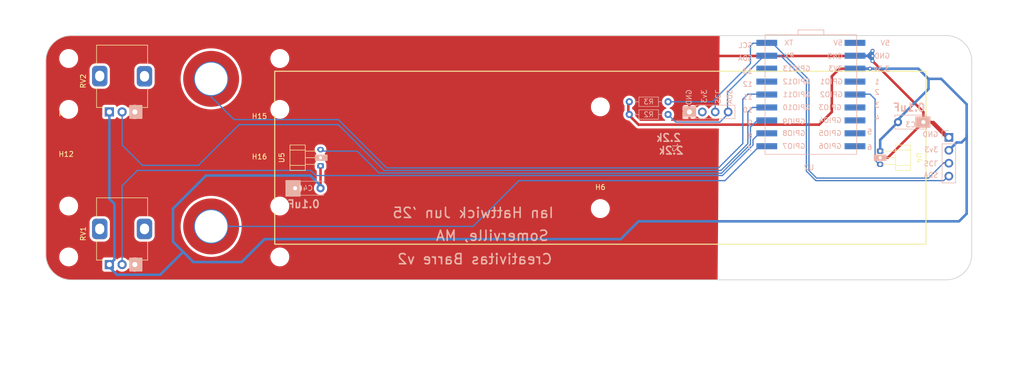
<source format=kicad_pcb>
(kicad_pcb (version 20240108) (generator "pcbnew") (generator_version "8.0")
  (layers (0 "F.Cu" signal) (31 "B.Cu" signal) (34 "B.Paste" user) (35 "F.Paste" user) (36 "B.SilkS" user "B.Silkscreen") (37 "F.SilkS" user "F.Silkscreen") (38 "B.Mask" user) (39 "F.Mask" user) (44 "Edge.Cuts" user))
  (net 0 "")
  (net 1 "/A1")
  (net 2 "+3.3V")
  (net 3 "GND")
  (net 4 "/A2")
  (net 5 "/A3")
  (net 6 "/A4")
  (net 7 "/A5")
  (net 8 "/A6")
  (net 9 "/A0")
  (net 10 "/D2")
  (net 11 "/D1")
  (net 12 "/A8")
  (net 13 "/SCL")
  (net 14 "/SDA")
  (net 15 "/A7")
  (net 16 "/A9")
  (net 17 "/D0")
  (footprint "Potentiometer_THT:Potentiometer_Alps_RK09K_Single_Vertical" (layer "F.Cu") (at 56.5 115 90)
    (property "Reference" "RV1" (at 6.05 -5.15 90) (layer "F.SilkS"))
    (property "Value" "10k")
    (fp_line (start 13.12 -2.521) (end 13.12 7.52) (stroke (width 0.12)) (layer "F.SilkS"))
    (fp_line (start 9.184 -2.521) (end 13.12 -2.521) (stroke (width 0.12)) (layer "F.SilkS"))
    (fp_line (start 0.88 -2.521) (end 4.817 -2.521) (stroke (width 0.12)) (layer "F.SilkS"))
    (fp_line (start 0.88 -2.521) (end 0.88 -1.2) (stroke (width 0.12)) (layer "F.SilkS"))
    (fp_line (start 0.88 1.25) (end 0.88 1.63) (stroke (width 0.12)) (layer "F.SilkS"))
    (fp_line (start 0.88 3.371) (end 0.88 4.13) (stroke (width 0.12)) (layer "F.SilkS"))
    (fp_line (start 0.88 5.87) (end 0.88 7.52) (stroke (width 0.12)) (layer "F.SilkS"))
    (fp_line (start 9.184 7.52) (end 13.12 7.52) (stroke (width 0.12)) (layer "F.SilkS"))
    (fp_line (start 0.88 7.52) (end 4.817 7.52) (stroke (width 0.12)) (layer "F.SilkS"))
    (pad "1" thru_hole rect (at 0 0 90) (size 1.8 1.8) (drill 1) (layers "*.Cu" "*.Mask") (net 2 "+3.3V"))
    (pad "2" thru_hole circle (at 0 2.5 90) (size 1.8 1.8) (drill 1) (layers "*.Cu" "*.Mask") (net 15 "/A7"))
    (pad "3" thru_hole circle (at 0 5 90) (size 1.8 1.8) (drill 1) (layers "*.Cu" "*.Mask") (net 3 "GND"))
    (pad "MP" thru_hole roundrect (at 7 -1.9 90) (size 4 3) (drill oval 2.1 1.8) (layers "*.Cu" "*.Mask"))
    (pad "MP" thru_hole roundrect (at 7 6.9 90) (size 4 3) (drill oval 2.1 1.8) (layers "*.Cu" "*.Mask"))
  )
  (footprint "MountingHole:MountingHole_3.2mm_M3" (layer "F.Cu") (at 153 104)
    (property "Reference" "H6" (at 0 -4.2 0) (layer "F.SilkS"))
    (property "Value" "MountingHole")
    (pad "" np_thru_hole circle (at 0 0) (size 3.2 3.2) (drill 3.2) (layers "*.Cu" "*.Mask"))
  )
  (footprint "MountingHole:MountingHole_3.2mm_M3" (layer "F.Cu") (at 48 89.55)
    (property "Reference" "H11" (at 0 -4.2 0) (layer "F.SilkS"))
    (property "Value" "MountingHole")
    (pad "" np_thru_hole circle (at 0.5 -5.05) (size 3.2 3.2) (drill 3.2) (layers "F&B.Cu" "*.Mask"))
  )
  (footprint "MountingHole:MountingHole_3.2mm_M3" (layer "F.Cu") (at 86 98)
    (property "Reference" "H16" (at 0 -4.2 0) (layer "F.SilkS"))
    (property "Value" "MountingHole")
    (pad "" np_thru_hole circle (at 4 5.5) (size 3.2 3.2) (drill 3.2) (layers "F&B.Cu" "*.Mask"))
  )
  (footprint "MountingHole:MountingHole_3.2mm_M3" (layer "F.Cu") (at 225.3 87.9)
    (property "Reference" "H4" (hide yes))
    (property "Value" "MountingHole" (hide yes))
    (pad "" np_thru_hole circle (at -72.3 -3.9) (size 3.2 3.2) (drill 3.2) (layers "F&B.Cu" "*.Mask"))
  )
  (footprint "MountingHole:MountingHole_3.2mm_M3" (layer "F.Cu") (at 222 113)
    (property "Reference" "H5" (hide yes))
    (property "Value" "MountingHole")
    (pad "" np_thru_hole circle (at -0.5 0.5) (size 3.2 3.2) (drill 3.2) (layers "F&B.Cu" "*.Mask"))
  )
  (footprint "ih_kicad:TO-92_flat" (layer "F.Cu") (at 98 94 90)
    (property "Reference" "U5" (at 0 -7.62 90) (layer "F.SilkS"))
    (property "Value" "DRV5055A2xLPGxQ1" (hide yes))
    (fp_line (start 1.5 -6) (end 1.5 -3) (stroke (width 0.12)) (layer "F.SilkS"))
    (fp_line (start -1.5 -6) (end -1.5 -3) (stroke (width 0.12)) (layer "F.SilkS"))
    (fp_line (start 1.3 -0.5) (end 1.3 -3) (stroke (width 0.12)) (layer "F.SilkS"))
    (fp_line (start 0 -0.5) (end 0 -3) (stroke (width 0.12)) (layer "F.SilkS"))
    (fp_line (start -1.3 -0.5) (end -1.3 -3) (stroke (width 0.12)) (layer "F.SilkS"))
    (fp_rect (start -2.5 -6) (end 2.5 -3) (stroke (width 0.12)) (fill none) (layer "F.SilkS"))
    (pad "1" thru_hole roundrect (at -1.6 0 90) (size 1.05 1.3) (drill 0.6) (layers "*.Cu" "*.Mask") (roundrect_rratio 0.238) (net 2 "+3.3V"))
    (pad "2" thru_hole oval (at 0 0 90) (size 1.05 1.3) (drill 0.6) (layers "*.Cu" "*.Mask") (net 3 "GND"))
    (pad "3" thru_hole oval (at 1.6 0 90) (size 1.05 1.3) (drill 0.6) (layers "*.Cu" "*.Mask") (net 12 "/A8"))
  )
  (footprint "ih_kicad:TO-92_flat" (layer "F.Cu") (at 208 94 -90)
    (property "Reference" "U4" (at 0 -7.62 -90) (layer "F.SilkS"))
    (property "Value" "DRV5055A2xLPGxQ1" (hide yes))
    (fp_line (start -1.3 -0.5) (end -1.3 -3) (stroke (width 0.12)) (layer "F.SilkS"))
    (fp_line (start 0 -0.5) (end 0 -3) (stroke (width 0.12)) (layer "F.SilkS"))
    (fp_line (start 1.3 -0.5) (end 1.3 -3) (stroke (width 0.12)) (layer "F.SilkS"))
    (fp_line (start -1.5 -6) (end -1.5 -3) (stroke (width 0.12)) (layer "F.SilkS"))
    (fp_line (start 1.5 -6) (end 1.5 -3) (stroke (width 0.12)) (layer "F.SilkS"))
    (fp_rect (start -2.5 -6) (end 2.5 -3) (stroke (width 0.12)) (fill none) (layer "F.SilkS"))
    (pad "1" thru_hole roundrect (at -1.3 0 270) (size 1.05 1.3) (drill 0.6) (layers "*.Cu" "*.Mask") (roundrect_rratio 0.238) (net 2 "+3.3V"))
    (pad "2" thru_hole oval (at 0 0 270) (size 1.05 1.3) (drill 0.6) (layers "*.Cu" "*.Mask") (net 3 "GND"))
    (pad "3" thru_hole oval (at 1.3 0 270) (size 1.05 1.3) (drill 0.6) (layers "*.Cu" "*.Mask") (net 1 "/A1"))
  )
  (footprint "MountingHole:MountingHole_6.4mm_M6_DIN965_Pad_TopBottom" (layer "F.Cu") (at 76.5 107.5)
    (property "Reference" "H8" (hide yes))
    (property "Value" "MountingHole_Pad" (hide yes))
    (pad "1" thru_hole circle (at 0 0) (size 6.8 6.8) (drill 6.4) (layers "*.Cu" "*.Mask") (net 8 "/A6"))
    (pad "1" connect circle (at 0 0) (size 11 11) (layers "F.Cu" "F.Mask") (net 8 "/A6"))
  )
  (footprint "MountingHole:MountingHole_3.2mm_M3" (layer "F.Cu") (at 222 104.5)
    (property "Reference" "H13" (hide yes))
    (property "Value" "MountingHole")
    (pad "" np_thru_hole circle (at -0.5 -1) (size 3.2 3.2) (drill 3.2) (layers "F&B.Cu" "*.Mask"))
  )
  (footprint "MountingHole:MountingHole_3.2mm_M3" (layer "F.Cu") (at 221.5 73)
    (property "Reference" "H3" (hide yes))
    (property "Value" "MountingHole")
    (pad "" np_thru_hole circle (at 0 1.5) (size 3.2 3.2) (drill 3.2) (layers "F&B.Cu" "*.Mask"))
  )
  (footprint "MountingHole:MountingHole_3.2mm_M3" (layer "F.Cu") (at 86 90.05)
    (property "Reference" "H15" (at 0 -4.2 0) (layer "F.SilkS"))
    (property "Value" "MountingHole")
    (pad "" np_thru_hole circle (at 4 -5.55) (size 3.2 3.2) (drill 3.2) (layers "F&B.Cu" "*.Mask"))
  )
  (footprint "MountingHole:MountingHole_3.2mm_M3" (layer "F.Cu") (at 88.5 114.5)
    (property "Reference" "H9" (hide yes))
    (property "Value" "MountingHole")
    (pad "" np_thru_hole circle (at 1.5 -1) (size 3.2 3.2) (drill 3.2) (layers "F&B.Cu" "*.Mask"))
  )
  (footprint "Potentiometer_THT:Potentiometer_Alps_RK09K_Single_Vertical" (layer "F.Cu") (at 56.5 85 90)
    (property "Reference" "RV2" (at 6.05 -5.15 90) (layer "F.SilkS"))
    (property "Value" "10k")
    (fp_line (start 13.12 -2.521) (end 13.12 7.52) (stroke (width 0.12)) (layer "F.SilkS"))
    (fp_line (start 9.184 -2.521) (end 13.12 -2.521) (stroke (width 0.12)) (layer "F.SilkS"))
    (fp_line (start 0.88 -2.521) (end 4.817 -2.521) (stroke (width 0.12)) (layer "F.SilkS"))
    (fp_line (start 0.88 -2.521) (end 0.88 -1.2) (stroke (width 0.12)) (layer "F.SilkS"))
    (fp_line (start 0.88 1.25) (end 0.88 1.63) (stroke (width 0.12)) (layer "F.SilkS"))
    (fp_line (start 0.88 3.371) (end 0.88 4.13) (stroke (width 0.12)) (layer "F.SilkS"))
    (fp_line (start 0.88 5.87) (end 0.88 7.52) (stroke (width 0.12)) (layer "F.SilkS"))
    (fp_line (start 9.184 7.52) (end 13.12 7.52) (stroke (width 0.12)) (layer "F.SilkS"))
    (fp_line (start 0.88 7.52) (end 4.817 7.52) (stroke (width 0.12)) (layer "F.SilkS"))
    (pad "1" thru_hole rect (at 0 0 90) (size 1.8 1.8) (drill 1) (layers "*.Cu" "*.Mask") (net 2 "+3.3V"))
    (pad "2" thru_hole circle (at 0 2.5 90) (size 1.8 1.8) (drill 1) (layers "*.Cu" "*.Mask") (net 16 "/A9"))
    (pad "3" thru_hole circle (at 0 5 90) (size 1.8 1.8) (drill 1) (layers "*.Cu" "*.Mask") (net 3 "GND"))
    (pad "MP" thru_hole roundrect (at 7 6.9 90) (size 4 3) (drill oval 2.1 1.8) (layers "*.Cu" "*.Mask"))
    (pad "MP" thru_hole roundrect (at 7.05 -1.9 90) (size 4 3) (drill oval 2.1 1.8) (layers "*.Cu" "*.Mask"))
  )
  (footprint "MountingHole:MountingHole_3.2mm_M3" (layer "F.Cu") (at 48.5 113.5)
    (property "Reference" "H2" (hide yes))
    (property "Value" "MountingHole")
    (pad "" np_thru_hole circle (at 0 0) (size 3.2 3.2) (drill 3.2) (layers "F&B.Cu" "*.Mask"))
  )
  (footprint "MountingHole:MountingHole_6.4mm_M6_DIN965_Pad_TopBottom" (layer "F.Cu") (at 76.5 78.5)
    (property "Reference" "H7" (hide yes))
    (property "Value" "MountingHole_Pad" (hide yes))
    (pad "1" thru_hole circle (at 0 0) (size 6.8 6.8) (drill 6.4) (layers "*.Cu" "*.Mask") (net 17 "/D0"))
    (pad "1" connect circle (at 0 0) (size 11 11) (layers "F.Cu" "F.Mask") (net 17 "/D0"))
  )
  (footprint "MountingHole:MountingHole_3.2mm_M3" (layer "F.Cu") (at 221 85)
    (property "Reference" "H14" (hide yes))
    (property "Value" "MountingHole")
    (pad "" np_thru_hole circle (at 0.5 -0.5) (size 3.2 3.2) (drill 3.2) (layers "F&B.Cu" "*.Mask"))
  )
  (footprint "MountingHole:MountingHole_3.2mm_M3" (layer "F.Cu") (at 48 97.5)
    (property "Reference" "H12" (at 0 -4.2 0) (layer "F.SilkS"))
    (property "Value" "MountingHole")
    (pad "" np_thru_hole circle (at 0.5 6) (size 3.2 3.2) (drill 3.2) (layers "F&B.Cu" "*.Mask"))
  )
  (footprint "MountingHole:MountingHole_3.2mm_M3" (layer "F.Cu") (at 90.5 73.5)
    (property "Reference" "H10" (hide yes))
    (property "Value" "MountingHole")
    (pad "" np_thru_hole circle (at -0.5 1) (size 3.2 3.2) (drill 3.2) (layers "F&B.Cu" "*.Mask"))
  )
  (footprint "MountingHole:MountingHole_3.2mm_M3" (layer "F.Cu") (at 48 74)
    (property "Reference" "H1" (hide yes))
    (property "Value" "MountingHole")
    (pad "" np_thru_hole circle (at 0.5 0.5) (size 3.2 3.2) (drill 3.2) (layers "F&B.Cu" "*.Mask"))
  )
  (footprint "Capacitor_THT:C_Disc_D6.0mm_W2.5mm_P5.00mm" (layer "B.Cu") (at 211.5 87)
    (property "Reference" "C3" (at 2.5 0.5 0) (layer "B.SilkS") (effects (justify mirror)))
    (property "Value" "C_Small")
    (fp_line (start -0.62 -1.37) (end -0.62 -0.925) (stroke (width 0.12)) (layer "B.SilkS"))
    (fp_line (start -0.62 0.925) (end -0.62 1.37) (stroke (width 0.12)) (layer "B.SilkS"))
    (fp_line (start 5.62 -1.37) (end -0.62 -1.37) (stroke (width 0.12)) (layer "B.SilkS"))
    (fp_line (start 5.62 -1.37) (end 5.62 -0.925) (stroke (width 0.12)) (layer "B.SilkS"))
    (fp_line (start 5.62 0.925) (end 5.62 1.37) (stroke (width 0.12)) (layer "B.SilkS"))
    (fp_line (start 5.62 1.37) (end -0.62 1.37) (stroke (width 0.12)) (layer "B.SilkS"))
    (pad "1" thru_hole circle (at 0 0) (size 1.6 1.6) (drill 0.8) (layers "*.Cu" "*.Mask") (net 2 "+3.3V"))
    (pad "2" thru_hole circle (at 5 0) (size 1.6 1.6) (drill 0.8) (layers "*.Cu" "*.Mask") (net 3 "GND"))
  )
  (footprint "Connector_PinSocket_2.54mm:PinSocket_1x04_P2.54mm_Vertical" (layer "B.Cu") (at 170.5 85 -90)
    (property "Reference" "J2" (at 7 2.77 90) (layer "B.SilkS") (effects (justify mirror)))
    (property "Value" "Conn_01x04_Pin")
    (fp_line (start 1.33 1.33) (end 0 1.33) (stroke (width 0.12)) (layer "B.SilkS"))
    (fp_line (start 1.33 0) (end 1.33 1.33) (stroke (width 0.12)) (layer "B.SilkS"))
    (fp_line (start 1.33 -1.27) (end -1.33 -1.27) (stroke (width 0.12)) (layer "B.SilkS"))
    (fp_line (start -1.33 -8.95) (end -1.33 -1.27) (stroke (width 0.12)) (layer "B.SilkS"))
    (fp_line (start 1.33 -8.95) (end 1.33 -1.27) (stroke (width 0.12)) (layer "B.SilkS"))
    (fp_line (start 1.33 -8.95) (end -1.33 -8.95) (stroke (width 0.12)) (layer "B.SilkS"))
    (pad "1" thru_hole rect (at 0 0 270) (size 1.7 1.7) (drill 1) (layers "*.Cu" "*.Mask") (net 3 "GND"))
    (pad "2" thru_hole oval (at 0 -2.54 270) (size 1.7 1.7) (drill 1) (layers "*.Cu" "*.Mask") (net 2 "+3.3V"))
    (pad "3" thru_hole oval (at 0 -5.08 270) (size 1.7 1.7) (drill 1) (layers "*.Cu" "*.Mask") (net 13 "/SCL"))
    (pad "4" thru_hole oval (at 0 -7.62 270) (size 1.7 1.7) (drill 1) (layers "*.Cu" "*.Mask") (net 14 "/SDA"))
  )
  (footprint "Resistor_THT:R_Axial_DIN0204_L3.6mm_D1.6mm_P7.62mm_Horizontal" (layer "B.Cu") (at 158.69 83)
    (property "Reference" "R3" (at 3.81 0 0) (layer "B.SilkS") (effects (justify mirror)))
    (property "Value" "2k2")
    (fp_line (start 1.89 -0.92) (end 1.89 0.92) (stroke (width 0.12)) (layer "B.SilkS"))
    (fp_line (start 1.89 0) (end 0.94 0) (stroke (width 0.12)) (layer "B.SilkS"))
    (fp_line (start 1.89 0.92) (end 5.73 0.92) (stroke (width 0.12)) (layer "B.SilkS"))
    (fp_line (start 5.73 -0.92) (end 1.89 -0.92) (stroke (width 0.12)) (layer "B.SilkS"))
    (fp_line (start 5.73 0) (end 6.68 0) (stroke (width 0.12)) (layer "B.SilkS"))
    (fp_line (start 5.73 0.92) (end 5.73 -0.92) (stroke (width 0.12)) (layer "B.SilkS"))
    (pad "1" thru_hole circle (at 0 0) (size 1.4 1.4) (drill 0.7) (layers "*.Cu" "*.Mask") (net 2 "+3.3V"))
    (pad "2" thru_hole oval (at 7.62 0) (size 1.4 1.4) (drill 0.7) (layers "*.Cu" "*.Mask") (net 13 "/SCL"))
  )
  (footprint "ih_kicad:Wifiduino-ESP32S3-SMD" (layer "B.Cu") (at 194.38 81.58 180)
    (property "Reference" "U2" (at 0.38 -14.34 0) (layer "B.SilkS") (effects (justify mirror)))
    (property "Value" "~")
    (fp_line (start 9 11.75) (end 9 -11.75) (stroke (width 0.12)) (layer "B.SilkS"))
    (fp_line (start 9 -11.75) (end -9 -11.75) (stroke (width 0.12)) (layer "B.SilkS"))
    (fp_line (start 2.54 12.7) (end -2.54 12.7) (stroke (width 0.12)) (layer "B.SilkS"))
    (fp_line (start 2.54 11.75) (end 2.54 12.7) (stroke (width 0.12)) (layer "B.SilkS"))
    (fp_line (start -2.54 12.7) (end -2.54 11.75) (stroke (width 0.12)) (layer "B.SilkS"))
    (fp_line (start -9 11.75) (end 9 11.75) (stroke (width 0.12)) (layer "B.SilkS"))
    (fp_line (start -9 -11.75) (end -9 11.75) (stroke (width 0.12)) (layer "B.SilkS"))
    (fp_text user "TX" (at 5.309999 10.16 0) (layer "B.SilkS") (effects (justify right mirror)))
    (fp_text user "RX" (at 5.309999 7.62 0) (layer "B.SilkS") (effects (justify right mirror)))
    (fp_text user "GPIO11" (at 0 0 0) (layer "B.SilkS") (effects (justify left mirror)))
    (fp_text user "GND" (at -6.35 7.62 180) (layer "B.SilkS") (effects (justify right mirror)))
    (fp_text user "GPIO8" (at 1 -7.62 0) (layer "B.SilkS") (effects (justify left mirror)))
    (fp_text user "3V3" (at -6.35 5.08 0) (layer "B.SilkS") (effects (justify left mirror)))
    (fp_text user "GPIO4" (at -6.120001 -5.08 0) (layer "B.SilkS") (effects (justify left mirror)))
    (fp_text user "GPIO12" (at 0 2.54 0) (layer "B.SilkS") (effects (justify left mirror)))
    (fp_text user "GPIO5" (at -6.120001 -7.62 0) (layer "B.SilkS") (effects (justify left mirror)))
    (fp_text user "5V" (at -6.35 10.16 0) (layer "B.SilkS") (effects (justify left mirror)))
    (fp_text user "GPIO2" (at -6.35 0 0) (layer "B.SilkS") (effects (justify left mirror)))
    (fp_text user "GPIO13" (at 0 5.08 0) (layer "B.SilkS") (effects (justify left mirror)))
    (fp_text user "GPIO9" (at 1 -5.309999 0) (layer "B.SilkS") (effects (justify left mirror)))
    (fp_text user "GPIO10" (at 0 -2.54 0) (layer "B.SilkS") (effects (justify left mirror)))
    (fp_text user "GPIO7" (at 1 -10.16 0) (layer "B.SilkS") (effects (justify left mirror)))
    (fp_text user "GPIO1" (at -6.35 2.54 0) (layer "B.SilkS") (effects (justify left mirror)))
    (fp_text user "GPIO3" (at -6.120001 -2.54 0) (layer "B.SilkS") (effects (justify left mirror)))
    (fp_text user "GPIO6" (at -6.120001 -10.16 0) (layer "B.SilkS") (effects (justify left mirror)))
    (pad "1" smd custom (at -7.62 10.16 270) (size 1.2 2) (layers "B.Cu" "B.Paste" "B.Mask") (options (clearance outline) (anchor rect)) (primitives (gr_poly (pts (xy -0.5 -3) (xy -0.5 0.5) (xy 0.5 0.5) (xy 0.5 -3)) (width 0.2) (fill yes))))
    (pad "2" smd custom (at -7.62 7.62 270) (size 1.2 2) (layers "B.Cu" "B.Paste" "B.Mask") (net 3 "GND") (options (clearance outline) (anchor rect)) (primitives (gr_poly (pts (xy -0.5 -3) (xy -0.5 0.5) (xy 0.5 0.5) (xy 0.5 -3)) (width 0.2) (fill yes))))
    (pad "3" smd custom (at -7.62 5.08 270) (size 1.2 2) (layers "B.Cu" "B.Paste" "B.Mask") (net 2 "+3.3V") (options (clearance outline) (anchor rect)) (primitives (gr_poly (pts (xy -0.5 -3) (xy -0.5 0.5) (xy 0.5 0.5) (xy 0.5 -3)) (width 0.2) (fill yes))))
    (pad "4" smd custom (at -7.62 2.54 270) (size 1.2 2) (layers "B.Cu" "B.Paste" "B.Mask") (net 9 "/A0") (options (clearance outline) (anchor rect)) (primitives (gr_poly (pts (xy -0.5 -3) (xy -0.5 0.5) (xy 0.5 0.5) (xy 0.5 -3)) (width 0.2) (fill yes))))
    (pad "5" smd custom (at -7.62 0 270) (size 1.2 2) (layers "B.Cu" "B.Paste" "B.Mask") (net 1 "/A1") (options (clearance outline) (anchor rect)) (primitives (gr_poly (pts (xy -0.5 -3) (xy -0.5 0.5) (xy 0.5 0.5) (xy 0.5 -3)) (width 0.2) (fill yes))))
    (pad "6" smd custom (at -7.62 -2.54 270) (size 1.2 2) (layers "B.Cu" "B.Paste" "B.Mask") (net 4 "/A2") (options (clearance outline) (anchor rect)) (primitives (gr_poly (pts (xy -0.5 -3) (xy -0.5 0.5) (xy 0.5 0.5) (xy 0.5 -3)) (width 0.2) (fill yes))))
    (pad "7" smd custom (at -7.62 -5.08 270) (size 1.2 2) (layers "B.Cu" "B.Paste" "B.Mask") (net 5 "/A3") (options (clearance outline) (anchor rect)) (primitives (gr_poly (pts (xy -0.5 -3) (xy -0.5 0.5) (xy 0.5 0.5) (xy 0.5 -3)) (width 0.2) (fill yes))))
    (pad "8" smd custom (at -7.62 -7.62 270) (size 1.2 2) (layers "B.Cu" "B.Paste" "B.Mask") (net 6 "/A4") (options (clearance outline) (anchor rect)) (primitives (gr_poly (pts (xy -0.5 -3) (xy -0.5 0.5) (xy 0.5 0.5) (xy 0.5 -3)) (width 0.2) (fill yes))))
    (pad "9" smd custom (at -7.62 -10.16 270) (size 1.2 2) (layers "B.Cu" "B.Paste" "B.Mask") (net 7 "/A5") (options (clearance outline) (anchor rect)) (primitives (gr_poly (pts (xy -0.5 -3) (xy -0.5 0.5) (xy 0.5 0.5) (xy 0.5 -3)) (width 0.2) (fill yes))))
    (pad "10" smd custom (at 7.62 -10.16 90) (size 1.2 2) (layers "B.Cu" "B.Paste" "B.Mask") (net 8 "/A6") (options (clearance outline) (anchor rect)) (primitives (gr_poly (pts (xy -0.5 -3) (xy -0.5 0.5) (xy 0.5 0.5) (xy 0.5 -3)) (width 0.2) (fill yes))))
    (pad "11" smd custom (at 7.62 -7.62 90) (size 1.2 2) (layers "B.Cu" "B.Paste" "B.Mask") (net 15 "/A7") (options (clearance outline) (anchor rect)) (primitives (gr_poly (pts (xy -0.5 -3) (xy -0.5 0.5) (xy 0.5 0.5) (xy 0.5 -3)) (width 0.2) (fill yes))))
    (pad "12" smd custom (at 7.62 -5.08 90) (size 1.2 2) (layers "B.Cu" "B.Paste" "B.Mask") (net 12 "/A8") (options (clearance outline) (anchor rect)) (primitives (gr_poly (pts (xy -0.5 -3) (xy -0.5 0.5) (xy 0.5 0.5) (xy 0.5 -3)) (width 0.2) (fill yes))))
    (pad "13" smd custom (at 7.62 -2.54 90) (size 1.2 2) (layers "B.Cu" "B.Paste" "B.Mask") (net 16 "/A9") (options (clearance outline) (anchor rect)) (primitives (gr_poly (pts (xy -0.5 -3) (xy -0.5 0.5) (xy 0.5 0.5) (xy 0.5 -3)) (width 0.2) (fill yes))))
    (pad "14" smd custom (at 7.62 0 90) (size 1.2 2) (layers "B.Cu" "B.Paste" "B.Mask") (net 17 "/D0") (options (clearance outline) (anchor rect)) (primitives (gr_poly (pts (xy -0.5 -3) (xy -0.5 0.5) (xy 0.5 0.5) (xy 0.5 -3)) (width 0.2) (fill yes))))
    (pad "15" smd custom (at 7.62 2.54 90) (size 1.2 2) (layers "B.Cu" "B.Paste" "B.Mask") (net 11 "/D1") (options (clearance outline) (anchor rect)) (primitives (gr_poly (pts (xy -0.5 -3) (xy -0.5 0.5) (xy 0.5 0.5) (xy 0.5 -3)) (width 0.2) (fill yes))))
    (pad "16" smd custom (at 7.62 5.08 90) (size 1.2 2) (layers "B.Cu" "B.Paste" "B.Mask") (net 10 "/D2") (options (clearance outline) (anchor rect)) (primitives (gr_poly (pts (xy -0.5 -3) (xy -0.5 0.5) (xy 0.5 0.5) (xy 0.5 -3)) (width 0.2) (fill yes))))
    (pad "17" smd custom (at 7.62 7.62 90) (size 1.2 2) (layers "B.Cu" "B.Paste" "B.Mask") (net 14 "/SDA") (options (clearance outline) (anchor rect)) (primitives (gr_poly (pts (xy -0.5 -3) (xy -0.5 0.5) (xy 0.5 0.5) (xy 0.5 -3)) (width 0.2) (fill yes))))
    (pad "18" smd custom (at 7.62 10.16 90) (size 1.2 2) (layers "B.Cu" "B.Paste" "B.Mask") (net 13 "/SCL") (options (clearance outline) (anchor rect)) (primitives (gr_poly (pts (xy -0.5 -3) (xy -0.5 0.5) (xy 0.5 0.5) (xy 0.5 -3)) (width 0.2) (fill yes))))
  )
  (footprint "Capacitor_THT:C_Disc_D6.0mm_W2.5mm_P5.00mm" (layer "B.Cu") (at 98 100 180)
    (property "Reference" "C4" (at 2.5 0 0) (layer "B.SilkS") (effects (justify mirror)))
    (property "Value" "C_Small")
    (fp_line (start 5.62 1.37) (end -0.62 1.37) (stroke (width 0.12)) (layer "B.SilkS"))
    (fp_line (start 5.62 0.925) (end 5.62 1.37) (stroke (width 0.12)) (layer "B.SilkS"))
    (fp_line (start 5.62 -1.37) (end 5.62 -0.925) (stroke (width 0.12)) (layer "B.SilkS"))
    (fp_line (start 5.62 -1.37) (end -0.62 -1.37) (stroke (width 0.12)) (layer "B.SilkS"))
    (fp_line (start -0.62 0.925) (end -0.62 1.37) (stroke (width 0.12)) (layer "B.SilkS"))
    (fp_line (start -0.62 -1.37) (end -0.62 -0.925) (stroke (width 0.12)) (layer "B.SilkS"))
    (pad "1" thru_hole circle (at 0 0 180) (size 1.6 1.6) (drill 0.8) (layers "*.Cu" "*.Mask") (net 2 "+3.3V"))
    (pad "2" thru_hole circle (at 5 0 180) (size 1.6 1.6) (drill 0.8) (layers "*.Cu" "*.Mask") (net 3 "GND"))
  )
  (footprint "Connector_PinSocket_2.54mm:PinSocket_1x04_P2.54mm_Vertical" (layer "B.Cu") (at 221.5 90 180)
    (property "Reference" "J1" (hide yes))
    (property "Value" "Conn_01x04_Pin")
    (fp_line (start 1.33 1.33) (end 0 1.33) (stroke (width 0.12)) (layer "B.SilkS"))
    (fp_line (start 1.33 0) (end 1.33 1.33) (stroke (width 0.12)) (layer "B.SilkS"))
    (fp_line (start 1.33 -1.27) (end -1.33 -1.27) (stroke (width 0.12)) (layer "B.SilkS"))
    (fp_line (start 1.33 -8.95) (end 1.33 -1.27) (stroke (width 0.12)) (layer "B.SilkS"))
    (fp_line (start 1.33 -8.95) (end -1.33 -8.95) (stroke (width 0.12)) (layer "B.SilkS"))
    (fp_line (start -1.33 -8.95) (end -1.33 -1.27) (stroke (width 0.12)) (layer "B.SilkS"))
    (pad "1" thru_hole rect (at 0 0 180) (size 1.7 1.7) (drill 1) (layers "*.Cu" "*.Mask") (net 3 "GND"))
    (pad "2" thru_hole oval (at 0 -2.54 180) (size 1.7 1.7) (drill 1) (layers "*.Cu" "*.Mask") (net 2 "+3.3V"))
    (pad "3" thru_hole oval (at 0 -5.08 180) (size 1.7 1.7) (drill 1) (layers "*.Cu" "*.Mask") (net 13 "/SCL"))
    (pad "4" thru_hole oval (at 0 -7.62 180) (size 1.7 1.7) (drill 1) (layers "*.Cu" "*.Mask") (net 14 "/SDA"))
  )
  (footprint "Resistor_THT:R_Axial_DIN0204_L3.6mm_D1.6mm_P7.62mm_Horizontal" (layer "B.Cu") (at 158.69 85.5)
    (property "Reference" "R2" (at 3.81 0 0) (layer "B.SilkS") (effects (justify mirror)))
    (property "Value" "2k2")
    (fp_line (start 1.89 -0.92) (end 1.89 0.92) (stroke (width 0.12)) (layer "B.SilkS"))
    (fp_line (start 1.89 0) (end 0.94 0) (stroke (width 0.12)) (layer "B.SilkS"))
    (fp_line (start 1.89 0.92) (end 5.73 0.92) (stroke (width 0.12)) (layer "B.SilkS"))
    (fp_line (start 5.73 -0.92) (end 1.89 -0.92) (stroke (width 0.12)) (layer "B.SilkS"))
    (fp_line (start 5.73 0) (end 6.68 0) (stroke (width 0.12)) (layer "B.SilkS"))
    (fp_line (start 5.73 0.92) (end 5.73 -0.92) (stroke (width 0.12)) (layer "B.SilkS"))
    (pad "1" thru_hole circle (at 0 0) (size 1.4 1.4) (drill 0.7) (layers "*.Cu" "*.Mask") (net 2 "+3.3V"))
    (pad "2" thru_hole oval (at 7.62 0) (size 1.4 1.4) (drill 0.7) (layers "*.Cu" "*.Mask") (net 14 "/SDA"))
  )
  (gr_rect (start 60.5 113.73) (end 62.897 116.27) (stroke (width 0.2)) (fill solid) (layer "B.SilkS"))
  (gr_rect (start 215 85.98) (end 217.794 88.02) (stroke (width 0.2)) (fill solid) (layer "B.SilkS"))
  (gr_rect (start 91.206 98.5) (end 94 101.54) (stroke (width 0.2)) (fill solid) (layer "B.SilkS"))
  (gr_rect (start 97 93.48) (end 99.294 94.52) (stroke (width 0.2)) (fill solid) (layer "B.SilkS"))
  (gr_rect (start 169.3015 83.96) (end 171.6985 86) (stroke (width 0.2)) (fill solid) (layer "B.SilkS"))
  (gr_rect (start 206.853 93.48) (end 209.147 94.52) (stroke (width 0.2)) (fill solid) (layer "B.SilkS"))
  (gr_rect (start 60.5 83.73) (end 62.897 86.27) (stroke (width 0.2)) (fill solid) (layer "B.SilkS"))
  (gr_rect (start 89 77) (end 217 111) (stroke (width 0.2)) (fill none) (layer "F.SilkS"))
  (gr_line (start 221 118) (end 49 118) (stroke (width 0.15)) (layer "Edge.Cuts"))
  (gr_line (start 226 75) (end 226 113) (stroke (width 0.15)) (layer "Edge.Cuts"))
  (gr_arc (start 44 75) (mid 45.464466 71.464466) (end 49 70) (stroke (width 0.15)) (layer "Edge.Cuts"))
  (gr_line (start 49 70) (end 221 70) (stroke (width 0.15)) (layer "Edge.Cuts"))
  (gr_arc (start 221 70) (mid 224.535534 71.464466) (end 226 75) (stroke (width 0.15)) (layer "Edge.Cuts"))
  (gr_arc (start 49 118) (mid 45.464466 116.535534) (end 44 113) (stroke (width 0.15)) (layer "Edge.Cuts"))
  (gr_arc (start 226 113) (mid 224.535534 116.535534) (end 221 118) (stroke (width 0.15)) (layer "Edge.Cuts"))
  (gr_line (start 44 113) (end 44 75) (stroke (width 0.15)) (layer "Edge.Cuts"))
  (gr_text "3v3\n" (at 174 80.5 90) (layer "B.SilkS") (effects (font (size 1 1)) (justify left bottom mirror)))
  (gr_text "GND\n" (at 219.5 90 0) (layer "B.SilkS") (effects (font (size 1 1)) (justify left bottom mirror)))
  (gr_text "2" (at 207.968 81.692 -0) (layer "B.SilkS") (effects (font (size 1 1)) (justify left bottom mirror)))
  (gr_text "SCL" (at 216.5 94.5 180) (layer "B.SilkS") (effects (font (size 1 1)) (justify left bottom mirror)))
  (gr_text "Ian Hattwick Jun '25" (at 144 106 0) (layer "B.SilkS") (effects (font (size 2 2) (thickness 0.3) (bold yes)) (justify left bottom mirror)))
  (gr_text "3v3\n" (at 219.5 93 0) (layer "B.SilkS") (effects (font (size 1 1)) (justify left bottom mirror)))
  (gr_text "SDA" (at 183 75.04 0) (layer "B.SilkS") (effects (font (size 1 1)) (justify left bottom mirror)))
  (gr_text "4" (at 207.968 86.772 -0) (layer "B.SilkS") (effects (font (size 1 1)) (justify left bottom mirror)))
  (gr_text "Somerville, MA" (at 143 110.5 0) (layer "B.SilkS") (effects (font (size 2 2) (thickness 0.3) (bold yes)) (justify left bottom mirror)))
  (gr_text "3" (at 207.968 84.232 -0) (layer "B.SilkS") (effects (font (size 1 1)) (justify left bottom mirror)))
  (gr_text "2.2k\n" (at 169.5 93.46 0) (layer "B.SilkS") (effects (font (size 1.5 1.5) (thickness 0.3) (bold yes)) (justify left bottom mirror)))
  (gr_text "5V" (at 210 72.04 -0) (layer "B.SilkS") (effects (font (size 1 1)) (justify left bottom mirror)))
  (gr_text "0.1uF" (at 98 104 0) (layer "B.SilkS") (effects (font (size 1.5 1.5) (thickness 0.3) (bold yes)) (justify left bottom mirror)))
  (gr_text "12" (at 183 80.12 -0) (layer "B.SilkS") (effects (font (size 1 1)) (justify left bottom mirror)))
  (gr_text "11" (at 183.008 82.66 -0) (layer "B.SilkS") (effects (font (size 1 1)) (justify left bottom mirror)))
  (gr_text "GND" (at 210 74.58 -0) (layer "B.SilkS") (effects (font (size 1 1)) (justify left bottom mirror)))
  (gr_text "13" (at 183 77.58 -0) (layer "B.SilkS") (effects (font (size 1 1)) (justify left bottom mirror)))
  (gr_text "3.3v" (at 210 77.12 -0) (layer "B.SilkS") (effects (font (size 1 1)) (justify left bottom mirror)))
  (gr_text "GND\n" (at 171 80.5 90) (layer "B.SilkS") (effects (font (size 1 1)) (justify left bottom mirror)))
  (gr_text "SCL" (at 183 72.5 -0) (layer "B.SilkS") (effects (font (size 1 1)) (justify left bottom mirror)))
  (gr_text "Creativitas Barre v2\n" (at 143.7 115.1 0) (layer "B.SilkS") (effects (font (size 2 2) (thickness 0.3) (bold yes)) (justify left bottom mirror)))
  (gr_text "1" (at 207.968 79.66 -0) (layer "B.SilkS") (effects (font (size 1 1)) (justify left bottom mirror)))
  (gr_text "SCL" (at 175.5 83.5 -90) (layer "B.SilkS") (effects (font (size 1 1)) (justify left bottom mirror)))
  (gr_text "2.2k\n" (at 169 90.96 0) (layer "B.SilkS") (effects (font (size 1.5 1.5) (thickness 0.3) (bold yes)) (justify left bottom mirror)))
  (gr_text "10" (at 183.008 85.2 -0) (layer "B.SilkS") (effects (font (size 1 1)) (justify left bottom mirror)))
  (gr_text "9" (at 183.008 87.74 -0) (layer "B.SilkS") (effects (font (size 1 1)) (justify left bottom mirror)))
  (gr_text "8" (at 183.008 90.28 -0) (layer "B.SilkS") (effects (font (size 1 1)) (justify left bottom mirror)))
  (gr_text "SDA" (at 179 80.5 90) (layer "B.SilkS") (effects (font (size 1 1)) (justify left bottom mirror)))
  (gr_text "SDA" (at 219.5 98 0) (layer "B.SilkS") (effects (font (size 1 1)) (justify left bottom mirror)))
  (gr_text "6" (at 206.5 92.548 -0) (layer "B.SilkS") (effects (font (size 1 1)) (justify left bottom mirror)))
  (gr_text "5" (at 206.5 89.5 -0) (layer "B.SilkS") (effects (font (size 1 1)) (justify left bottom mirror)))
  (gr_text "0.1uF" (at 217 85 0) (layer "B.SilkS") (effects (font (size 1.5 1.5) (thickness 0.3) (bold yes)) (justify left bottom mirror)))
  (gr_text "7" (at 183.008 92.82 -0) (layer "B.SilkS") (effects (font (size 1 1)) (justify left bottom mirror)))
  (segment (start 207 94.5) (end 207 82.5) (width 0.25) (layer "B.Cu") (net 1))
  (segment (start 207.8 95.3) (end 207 94.5) (width 0.25) (layer "B.Cu") (net 1))
  (segment (start 208 95.3) (end 207.8 95.3) (width 0.25) (layer "B.Cu") (net 1))
  (segment (start 206 81.5) (end 203.5 81.5) (width 0.25) (layer "B.Cu") (net 1))
  (segment (start 207 82.5) (end 206 81.5) (width 0.25) (layer "B.Cu") (net 1))
  (segment (start 98 100) (end 98 95.5) (width 0.5) (layer "F.Cu") (net 2))
  (segment (start 160.5 87.5) (end 158.5 85.5) (width 0.5) (layer "F.Cu") (net 2))
  (segment (start 175.65 87.5) (end 196 87.5) (width 0.5) (layer "F.Cu") (net 2))
  (segment (start 198.5 78) (end 200 76.5) (width 0.5) (layer "F.Cu") (net 2))
  (segment (start 200 76.5) (end 206 76.5) (width 0.5) (layer "F.Cu") (net 2))
  (segment (start 158.5 85.5) (end 158.5 83) (width 0.5) (layer "F.Cu") (net 2))
  (segment (start 175.65 87.5) (end 160.5 87.5) (width 0.5) (layer "F.Cu") (net 2))
  (segment (start 198.5 85) (end 198.5 78) (width 0.5) (layer "F.Cu") (net 2))
  (segment (start 196 87.5) (end 198.5 85) (width 0.5) (layer "F.Cu") (net 2))
  (via (at 206 76.5) (size 0.8) (drill 0.4) (layers "F.Cu" "B.Cu") (net 2))
  (segment (start 220 78.5) (end 225 83.5) (width 0.5) (layer "B.Cu") (net 2))
  (segment (start 66.5 117) (end 58 117) (width 0.5) (layer "B.Cu") (net 2))
  (segment (start 208 92.7) (end 208 90.5) (width 0.5) (layer "B.Cu") (net 2))
  (segment (start 157 110) (end 87 110) (width 0.5) (layer "B.Cu") (net 2))
  (segment (start 87 110) (end 82.5 114.5) (width 0.5) (layer "B.Cu") (net 2))
  (segment (start 56.5 102.075) (end 57.5 103.075) (width 0.5) (layer "B.Cu") (net 2))
  (segment (start 215.5 76.5) (end 217.5 78.5) (width 0.5) (layer "B.Cu") (net 2))
  (segment (start 96 97.5) (end 98 99.5) (width 0.5) (layer "B.Cu") (net 2))
  (segment (start 202 76.5) (end 206 76.5) (width 0.5) (layer "B.Cu") (net 2))
  (segment (start 208 90.5) (end 211.5 87) (width 0.5) (layer "B.Cu") (net 2))
  (segment (start 56.5 85) (end 56.5 102.075) (width 0.5) (layer "B.Cu") (net 2))
  (segment (start 75.5 97.5) (end 96 97.5) (width 0.5) (layer "B.Cu") (net 2))
  (segment (start 217.5 78.5) (end 220 78.5) (width 0.5) (layer "B.Cu") (net 2))
  (segment (start 211.5 87) (end 211.5 86.5) (width 0.5) (layer "B.Cu") (net 2))
  (segment (start 71 112.5) (end 69 110.5) (width 0.5) (layer "B.Cu") (net 2))
  (segment (start 225 90) (end 224 91) (width 0.5) (layer "B.Cu") (net 2))
  (segment (start 223.5 106.5) (end 160.5 106.5) (width 0.5) (layer "B.Cu") (net 2))
  (segment (start 223.04 91) (end 224 91) (width 0.5) (layer "B.Cu") (net 2))
  (segment (start 57.5 114) (end 56.5 115) (width 0.5) (layer "B.Cu") (net 2))
  (segment (start 69 110.5) (end 69 104) (width 0.5) (layer "B.Cu") (net 2))
  (segment (start 82.5 114.5) (end 73 114.5) (width 0.5) (layer "B.Cu") (net 2))
  (segment (start 211.5 86.5) (end 217.5 80.5) (width 0.5) (layer "B.Cu") (net 2))
  (segment (start 57.5 103.075) (end 57.5 114) (width 0.5) (layer "B.Cu") (net 2))
  (segment (start 71 112.5) (end 66.5 117) (width 0.5) (layer "B.Cu") (net 2))
  (segment (start 225 89.5) (end 225 90) (width 0.5) (layer "B.Cu") (net 2))
  (segment (start 159.25 107.75) (end 157 110) (width 0.5) (layer "B.Cu") (net 2))
  (segment (start 73 114.5) (end 71 112.5) (width 0.5) (layer "B.Cu") (net 2))
  (segment (start 69 104) (end 75.5 97.5) (width 0.5) (layer "B.Cu") (net 2))
  (segment (start 221.5 92.54) (end 223.04 91) (width 0.5) (layer "B.Cu") (net 2))
  (segment (start 225 83.5) (end 225 89.5) (width 0.5) (layer "B.Cu") (net 2))
  (segment (start 206 76.5) (end 215.5 76.5) (width 0.5) (layer "B.Cu") (net 2))
  (segment (start 225 89.5) (end 225 105) (width 0.5) (layer "B.Cu") (net 2))
  (segment (start 217.5 80.5) (end 217.5 78.5) (width 0.5) (layer "B.Cu") (net 2))
  (segment (start 160.5 106.5) (end 159.25 107.75) (width 0.5) (layer "B.Cu") (net 2))
  (segment (start 225 105) (end 223.5 106.5) (width 0.5) (layer "B.Cu") (net 2))
  (segment (start 58 117) (end 56.5 115.5) (width 0.5) (layer "B.Cu") (net 2))
  (segment (start 216.5 87) (end 209.5 94) (width 0.5) (layer "F.Cu") (net 3))
  (segment (start 218.5 87) (end 221.5 90) (width 0.5) (layer "F.Cu") (net 3))
  (segment (start 206.5 75) (end 216.5 85) (width 0.5) (layer "F.Cu") (net 3))
  (segment (start 221.5 90) (end 221 90) (width 0.5) (layer "F.Cu") (net 3))
  (segment (start 221 90) (end 218 87) (width 0.5) (layer "F.Cu") (net 3))
  (segment (start 218 87) (end 216.5 87) (width 0.5) (layer "F.Cu") (net 3))
  (segment (start 209.5 94) (end 208 94) (width 0.5) (layer "F.Cu") (net 3))
  (segment (start 206.5 74) (end 173 74) (width 0.5) (layer "F.Cu") (net 3))
  (segment (start 206.5 73) (end 206.5 74) (width 0.5) (layer "F.Cu") (net 3))
  (segment (start 216.5 87) (end 218.5 87) (width 0.5) (layer "F.Cu") (net 3))
  (segment (start 208 94) (end 209 94) (width 0.5) (layer "F.Cu") (net 3))
  (segment (start 216.5 85) (end 216.5 87) (width 0.5) (layer "F.Cu") (net 3))
  (segment (start 206.5 75) (end 206.5 74) (width 0.5) (layer "F.Cu") (net 3))
  (via (at 206.5 75) (size 0.8) (drill 0.4) (layers "F.Cu" "B.Cu") (net 3))
  (via (at 206.5 74) (size 0.8) (drill 0.4) (layers "F.Cu" "B.Cu") (net 3))
  (via (at 206.5 73) (size 0.8) (drill 0.4) (layers "F.Cu" "B.Cu") (net 3))
  (segment (start 202 73.96) (end 205.54 73.96) (width 0.5) (layer "B.Cu") (net 3))
  (segment (start 205.58 74) (end 205.54 73.96) (width 0.5) (layer "B.Cu") (net 3))
  (segment (start 206.5 75) (end 206.5 74.92) (width 0.5) (layer "B.Cu") (net 3))
  (segment (start 206.5 75) (end 206.5 73) (width 0.5) (layer "B.Cu") (net 3))
  (segment (start 206.5 74) (end 205.58 74) (width 0.5) (layer "B.Cu") (net 3))
  (segment (start 205.54 73.96) (end 206.5 73) (width 0.5) (layer "B.Cu") (net 3))
  (segment (start 206.5 74.92) (end 205.54 73.96) (width 0.5) (layer "B.Cu") (net 3))
  (segment (start 128 107.5) (end 137 98.5) (width 0.25) (layer "B.Cu") (net 8))
  (segment (start 177.5 98.5) (end 184 92) (width 0.25) (layer "B.Cu") (net 8))
  (segment (start 137 98.5) (end 177.5 98.5) (width 0.25) (layer "B.Cu") (net 8))
  (segment (start 79.5 107.5) (end 128 107.5) (width 0.25) (layer "B.Cu") (net 8))
  (segment (start 184 92) (end 186.5 92) (width 0.25) (layer "B.Cu") (net 8))
  (segment (start 184 86.5) (end 185.5 86.5) (width 0.25) (layer "B.Cu") (net 12))
  (segment (start 98 92.7) (end 105.2 92.7) (width 0.25) (layer "B.Cu") (net 12))
  (segment (start 182.5 91.363604) (end 182.5 88) (width 0.25) (layer "B.Cu") (net 12))
  (segment (start 184.5 86.5) (end 186 86.5) (width 0.25) (layer "B.Cu") (net 12))
  (segment (start 176.813604 97.05) (end 182.5 91.363604) (width 0.25) (layer "B.Cu") (net 12))
  (segment (start 182.5 88) (end 184 86.5) (width 0.25) (layer "B.Cu") (net 12))
  (segment (start 105.2 92.7) (end 109.5 97) (width 0.25) (layer "B.Cu") (net 12))
  (segment (start 134.05 97.05) (end 176.813604 97.05) (width 0.25) (layer "B.Cu") (net 12))
  (segment (start 134 97) (end 134.05 97.05) (width 0.25) (layer "B.Cu") (net 12))
  (segment (start 109.5 97) (end 134 97) (width 0.25) (layer "B.Cu") (net 12))
  (segment (start 175.58 85) (end 175.58 82.42) (width 0.25) (layer "B.Cu") (net 13))
  (segment (start 186.76 71.42) (end 194 78.66) (width 0.25) (layer "B.Cu") (net 13))
  (segment (start 195.5 98) (end 217.5 98) (width 0.25) (layer "B.Cu") (net 13))
  (segment (start 175.58 82.42) (end 182.5 75.5) (width 0.25) (layer "B.Cu") (net 13))
  (segment (start 166.31 83) (end 175 83) (width 0.25) (layer "B.Cu") (net 13))
  (segment (start 182.5 72) (end 183 71.5) (width 0.25) (layer "B.Cu") (net 13))
  (segment (start 182.5 73) (end 182.5 72) (width 0.25) (layer "B.Cu") (net 13))
  (segment (start 183 71.5) (end 185.5 71.5) (width 0.25) (layer "B.Cu") (net 13))
  (segment (start 194 79) (end 194 96.5) (width 0.25) (layer "B.Cu") (net 13))
  (segment (start 219 96.5) (end 220.5 95) (width 0.25) (layer "B.Cu") (net 13))
  (segment (start 182.5 75.5) (end 182.5 73) (width 0.25) (layer "B.Cu") (net 13))
  (segment (start 194 96.5) (end 195.5 98) (width 0.25) (layer "B.Cu") (net 13))
  (segment (start 220.5 95) (end 221.5 95) (width 0.25) (layer "B.Cu") (net 13))
  (segment (start 217.5 98) (end 219 96.5) (width 0.25) (layer "B.Cu") (net 13))
  (segment (start 194 78.66) (end 194 79) (width 0.25) (layer "B.Cu") (net 13))
  (segment (start 175 83) (end 175.58 82.42) (width 0.25) (layer "B.Cu") (net 13))
  (segment (start 220.5 98.5) (end 221.5 97.5) (width 0.25) (layer "B.Cu") (net 14))
  (segment (start 179.573366 79.573366) (end 179.5 79.646732) (width 0.25) (layer "B.Cu") (net 14))
  (segment (start 193.5 79) (end 193.5 96.636396) (width 0.25) (layer "B.Cu") (net 14))
  (segment (start 193.5 96.636396) (end 195.363604 98.5) (width 0.25) (layer "B.Cu") (net 14))
  (segment (start 179.573366 79.573366) (end 178 81.146732) (width 0.25) (layer "B.Cu") (net 14))
  (segment (start 166.31 85.5) (end 167.81 87) (width 0.25) (layer "B.Cu") (net 14))
  (segment (start 178 85.46) (end 178 84.96) (width 0.25) (layer "B.Cu") (net 14))
  (segment (start 178 81.5) (end 178 85) (width 0.25) (layer "B.Cu") (net 14))
  (segment (start 178 81.146732) (end 178 81.5) (width 0.25) (layer "B.Cu") (net 14))
  (segment (start 186.76 73.96) (end 185.186732 73.96) (width 0.25) (layer "B.Cu") (net 14))
  (segment (start 167.81 87) (end 176 87) (width 0.25) (layer "B.Cu") (net 14))
  (segment (start 176.5 87) (end 178.5 85) (width 0.25) (layer "B.Cu") (net 14))
  (segment (start 185.186732 73.96) (end 179.573366 79.573366) (width 0.25) (layer "B.Cu") (net 14))
  (segment (start 176 87) (end 176.5 87) (width 0.25) (layer "B.Cu") (net 14))
  (segment (start 188.46 73.96) (end 193.5 79) (width 0.25) (layer "B.Cu") (net 14))
  (segment (start 195.363604 98.5) (end 220.5 98.5) (width 0.25) (layer "B.Cu") (net 14))
  (segment (start 186.76 73.96) (end 188.46 73.96) (width 0.25) (layer "B.Cu") (net 14))
  (segment (start 183 90.443366) (end 184.443366 89) (width 0.25) (layer "B.Cu") (net 15))
  (segment (start 59 115) (end 59 99.5) (width 0.25) (layer "B.Cu") (net 15))
  (segment (start 184.443366 89) (end 186.5 89) (width 0.25) (layer "B.Cu") (net 15))
  (segment (start 62 96.5) (end 96.075 96.5) (width 0.25) (layer "B.Cu") (net 15))
  (segment (start 183 91.5) (end 183 90.443366) (width 0.25) (layer "B.Cu") (net 15))
  (segment (start 97.075 97.5) (end 177 97.5) (width 0.25) (layer "B.Cu") (net 15))
  (segment (start 177 97.5) (end 183 91.5) (width 0.25) (layer "B.Cu") (net 15))
  (segment (start 96.075 96.5) (end 97.075 97.5) (width 0.25) (layer "B.Cu") (net 15))
  (segment (start 59 99.5) (end 62 96.5) (width 0.25) (layer "B.Cu") (net 15))
  (segment (start 176.727208 96.5) (end 110.5 96.5) (width 0.25) (layer "B.Cu") (net 16))
  (segment (start 184.5 84) (end 185.5 84) (width 0.25) (layer "B.Cu") (net 16))
  (segment (start 74 95.5) (end 63 95.5) (width 0.25) (layer "B.Cu") (net 16))
  (segment (start 182 91.227208) (end 176.727208 96.5) (width 0.25) (layer "B.Cu") (net 16))
  (segment (start 63 95.5) (end 59 91.5) (width 0.25) (layer "B.Cu") (net 16))
  (segment (start 182 85) (end 182 91.227208) (width 0.25) (layer "B.Cu") (net 16))
  (segment (start 101.5 87.5) (end 82 87.5) (width 0.25) (layer "B.Cu") (net 16))
  (segment (start 59 91.5) (end 59 85) (width 0.25) (layer "B.Cu") (net 16))
  (segment (start 186.76 84.12) (end 182.88 84.12) (width 0.25) (layer "B.Cu") (net 16))
  (segment (start 110.5 96.5) (end 101.5 87.5) (width 0.25) (layer "B.Cu") (net 16))
  (segment (start 82 87.5) (end 74 95.5) (width 0.25) (layer "B.Cu") (net 16))
  (segment (start 182.88 84.12) (end 182 85) (width 0.25) (layer "B.Cu") (net 16))
  (segment (start 101.5 86.5) (end 81 86.5) (width 0.25) (layer "B.Cu") (net 17))
  (segment (start 76.5 81.5) (end 79.5 78.5) (width 0.25) (layer "B.Cu") (net 17))
  (segment (start 76.5 82) (end 76.5 81.5) (width 0.25) (layer "B.Cu") (net 17))
  (segment (start 186.76 81.58) (end 186.68 81.5) (width 0.25) (layer "B.Cu") (net 17))
  (segment (start 182 81.5) (end 181 82.5) (width 0.25) (layer "B.Cu") (net 17))
  (segment (start 176.219569 96) (end 111 96) (width 0.25) (layer "B.Cu") (net 17))
  (segment (start 184 81.5) (end 184.5 81.5) (width 0.25) (layer "B.Cu") (net 17))
  (segment (start 181 82.5) (end 181 91.219569) (width 0.25) (layer "B.Cu") (net 17))
  (segment (start 186.68 81.5) (end 182 81.5) (width 0.25) (layer "B.Cu") (net 17))
  (segment (start 181 91.219569) (end 176.219569 96) (width 0.25) (layer "B.Cu") (net 17))
  (segment (start 111 96) (end 101.5 86.5) (width 0.25) (layer "B.Cu") (net 17))
  (segment (start 81 86.5) (end 76.5 82) (width 0.25) (layer "B.Cu") (net 17))
  (zone (net 3) (net_name "GND") (layer "F.Cu") (connect_pads (clearance 0.5)) (min_thickness 0.25) (fill yes (thermal_gap 0.5) (thermal_bridge_width 0.5))
    (polygon (pts (xy 176.5 63) (xy 176 123.5) (xy 35.5 127.5) (xy 35 63)))
  )
)
</source>
